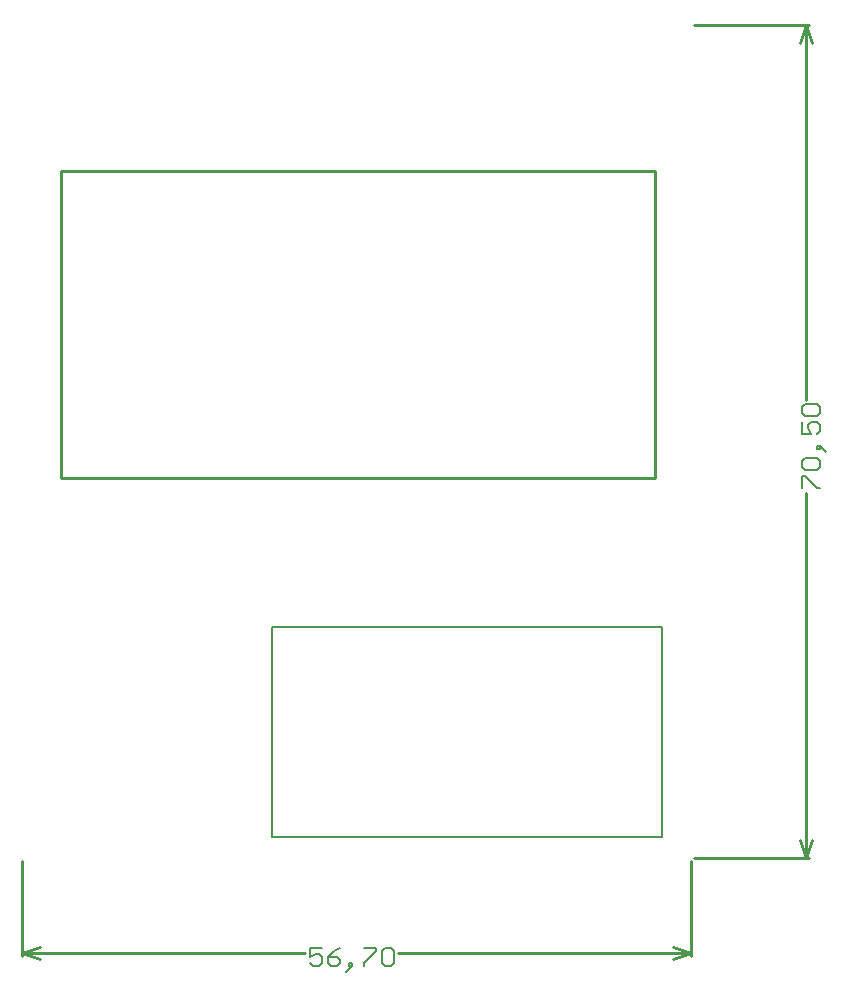
<source format=gm1>
%FSLAX23Y23*%
%MOIN*%
G70*
G01*
G75*
G04 Layer_Color=16711935*
G04:AMPARAMS|DCode=10|XSize=51mil|YSize=118mil|CornerRadius=0mil|HoleSize=0mil|Usage=FLASHONLY|Rotation=0.000|XOffset=0mil|YOffset=0mil|HoleType=Round|Shape=Octagon|*
%AMOCTAGOND10*
4,1,8,-0.013,0.059,0.013,0.059,0.026,0.046,0.026,-0.046,0.013,-0.059,-0.013,-0.059,-0.026,-0.046,-0.026,0.046,-0.013,0.059,0.0*
%
%ADD10OCTAGOND10*%

%ADD11R,0.051X0.118*%
%ADD12R,0.051X0.073*%
%ADD13R,0.055X0.043*%
%ADD14C,0.059*%
%ADD15C,0.039*%
%ADD16C,0.020*%
%ADD17C,0.030*%
%ADD18C,0.020*%
%ADD19C,0.157*%
%ADD20C,0.010*%
%ADD21C,0.074*%
%ADD22O,0.098X0.118*%
G04:AMPARAMS|DCode=23|XSize=98mil|YSize=118mil|CornerRadius=0mil|HoleSize=0mil|Usage=FLASHONLY|Rotation=180.000|XOffset=0mil|YOffset=0mil|HoleType=Round|Shape=Octagon|*
%AMOCTAGOND23*
4,1,8,0.025,-0.059,-0.025,-0.059,-0.049,-0.034,-0.049,0.034,-0.025,0.059,0.025,0.059,0.049,0.034,0.049,-0.034,0.025,-0.059,0.0*
%
%ADD23OCTAGOND23*%

%ADD24C,0.091*%
%ADD25C,0.060*%
%ADD26C,0.031*%
%ADD27C,0.017*%
%ADD28R,0.047X0.026*%
%ADD29R,0.043X0.055*%
%ADD30C,0.008*%
%ADD31C,0.010*%
%ADD32C,0.008*%
%ADD33C,0.006*%
%ADD34C,0.010*%
%ADD35C,0.012*%
G04:AMPARAMS|DCode=36|XSize=59mil|YSize=126mil|CornerRadius=0mil|HoleSize=0mil|Usage=FLASHONLY|Rotation=0.000|XOffset=0mil|YOffset=0mil|HoleType=Round|Shape=Octagon|*
%AMOCTAGOND36*
4,1,8,-0.015,0.063,0.015,0.063,0.030,0.048,0.030,-0.048,0.015,-0.063,-0.015,-0.063,-0.030,-0.048,-0.030,0.048,-0.015,0.063,0.0*
%
%ADD36OCTAGOND36*%

%ADD37R,0.059X0.126*%
%ADD38R,0.059X0.081*%
%ADD39R,0.063X0.051*%
%ADD40C,0.082*%
%ADD41O,0.106X0.126*%
G04:AMPARAMS|DCode=42|XSize=106mil|YSize=126mil|CornerRadius=0mil|HoleSize=0mil|Usage=FLASHONLY|Rotation=180.000|XOffset=0mil|YOffset=0mil|HoleType=Round|Shape=Octagon|*
%AMOCTAGOND42*
4,1,8,0.027,-0.063,-0.027,-0.063,-0.053,-0.036,-0.053,0.036,-0.027,0.063,0.027,0.063,0.053,0.036,0.053,-0.036,0.027,-0.063,0.0*
%
%ADD42OCTAGOND42*%

%ADD43C,0.099*%
%ADD44C,0.068*%
%ADD45C,0.039*%
%ADD46C,0.025*%
%ADD47R,0.055X0.034*%
%ADD48R,0.051X0.063*%
%ADD49C,0.006*%
%ADD50C,0.004*%
%ADD51R,0.750X0.200*%
D20*
X2242Y2776D02*
X2625D01*
X2242Y0D02*
X2625D01*
X2615Y1528D02*
Y2776D01*
Y0D02*
Y1216D01*
X2595Y2716D02*
X2615Y2776D01*
X2635Y2716D01*
X2615Y0D02*
X2635Y60D01*
X2595D02*
X2615Y0D01*
X0Y-325D02*
Y-10D01*
X2232Y-325D02*
Y-10D01*
X0Y-315D02*
X944D01*
X1256D02*
X2232D01*
X0D02*
X60Y-335D01*
X0Y-315D02*
X60Y-295D01*
X2172D02*
X2232Y-315D01*
X2172Y-335D02*
X2232Y-315D01*
X2110Y1266D02*
Y2290D01*
X130Y1266D02*
X2110D01*
X130Y2290D02*
X2110D01*
X130Y1266D02*
Y2290D01*
D30*
X835Y770D02*
X2135D01*
X835Y70D02*
Y770D01*
X2135Y70D02*
Y770D01*
X835Y70D02*
X2135D01*
D33*
X2601Y1232D02*
Y1272D01*
X2611D01*
X2651Y1232D01*
X2661D01*
X2611Y1292D02*
X2601Y1302D01*
Y1322D01*
X2611Y1332D01*
X2651D01*
X2661Y1322D01*
Y1302D01*
X2651Y1292D01*
X2611D01*
X2671Y1362D02*
X2661Y1372D01*
X2651D01*
Y1362D01*
X2661D01*
Y1372D01*
X2671Y1362D01*
X2681Y1352D01*
X2601Y1452D02*
Y1412D01*
X2631D01*
X2621Y1432D01*
Y1442D01*
X2631Y1452D01*
X2651D01*
X2661Y1442D01*
Y1422D01*
X2651Y1412D01*
X2611Y1472D02*
X2601Y1482D01*
Y1502D01*
X2611Y1512D01*
X2651D01*
X2661Y1502D01*
Y1482D01*
X2651Y1472D01*
X2611D01*
X1000Y-301D02*
X960D01*
Y-331D01*
X980Y-321D01*
X990D01*
X1000Y-331D01*
Y-351D01*
X990Y-361D01*
X970D01*
X960Y-351D01*
X1060Y-301D02*
X1040Y-311D01*
X1020Y-331D01*
Y-351D01*
X1030Y-361D01*
X1050D01*
X1060Y-351D01*
Y-341D01*
X1050Y-331D01*
X1020D01*
X1090Y-371D02*
X1100Y-361D01*
Y-351D01*
X1090D01*
Y-361D01*
X1100D01*
X1090Y-371D01*
X1080Y-381D01*
X1140Y-301D02*
X1180D01*
Y-311D01*
X1140Y-351D01*
Y-361D01*
X1200Y-311D02*
X1210Y-301D01*
X1230D01*
X1240Y-311D01*
Y-351D01*
X1230Y-361D01*
X1210D01*
X1200Y-351D01*
Y-311D01*
M02*

</source>
